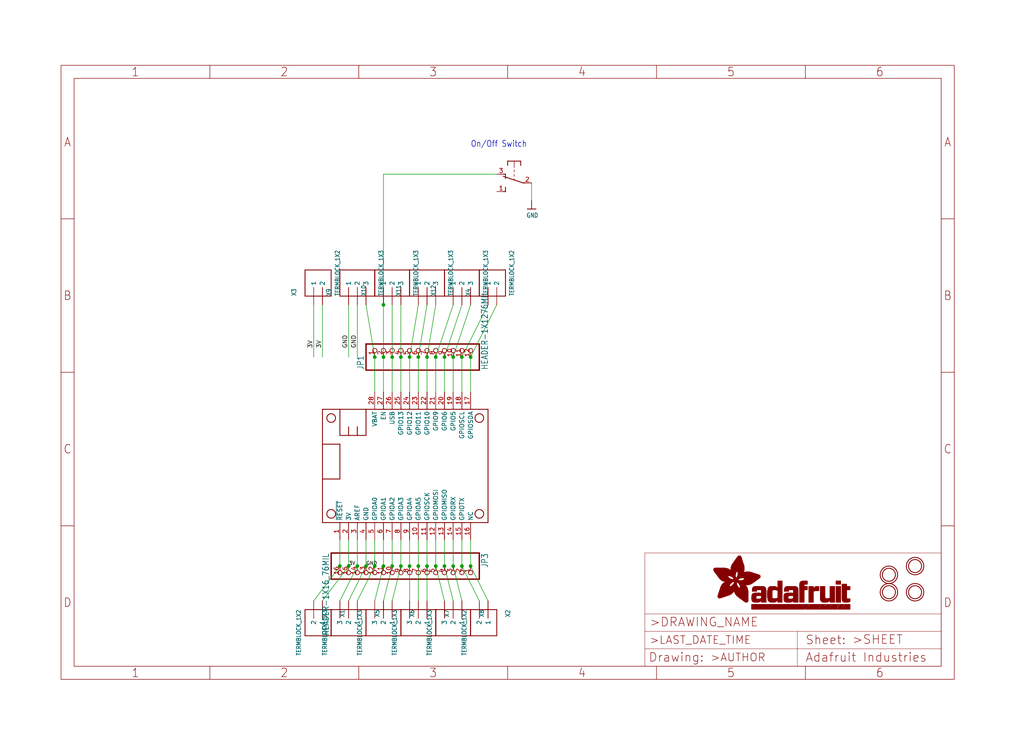
<source format=kicad_sch>
(kicad_sch (version 20211123) (generator eeschema)
  (paper "User" 298.45 217.881)
  (lib_symbols
    (symbol "schematicEagle-eagle-import:FEATHERWING_NODIM"
      (symbol "FEATHERWING_NODIM_1_0"
        (pin input line (at 5.08 -5.08 90) (length 5.08) (name "~{RESET}") (number "1"))
        (pin bidirectional line (at 27.94 -5.08 90) (length 5.08) (name "GPIOA5") (number "10"))
        (pin bidirectional line (at 30.48 -5.08 90) (length 5.08) (name "GPIOSCK") (number "11"))
        (pin bidirectional line (at 33.02 -5.08 90) (length 5.08) (name "GPIOMOSI") (number "12"))
        (pin bidirectional line (at 35.56 -5.08 90) (length 5.08) (name "GPIOMISO") (number "13"))
        (pin bidirectional line (at 38.1 -5.08 90) (length 5.08) (name "GPIORX") (number "14"))
        (pin bidirectional line (at 40.64 -5.08 90) (length 5.08) (name "GPIOTX") (number "15"))
        (pin passive line (at 43.18 -5.08 90) (length 5.08) (name "NC") (number "16"))
        (pin bidirectional line (at 43.18 38.1 270) (length 5.08) (name "GPIOSDA") (number "17"))
        (pin bidirectional line (at 40.64 38.1 270) (length 5.08) (name "GPIOSCL") (number "18"))
        (pin bidirectional line (at 38.1 38.1 270) (length 5.08) (name "GPIO5") (number "19"))
        (pin power_in line (at 7.62 -5.08 90) (length 5.08) (name "3V") (number "2"))
        (pin bidirectional line (at 35.56 38.1 270) (length 5.08) (name "GPIO6") (number "20"))
        (pin bidirectional line (at 33.02 38.1 270) (length 5.08) (name "GPIO9") (number "21"))
        (pin bidirectional line (at 30.48 38.1 270) (length 5.08) (name "GPIO10") (number "22"))
        (pin bidirectional line (at 27.94 38.1 270) (length 5.08) (name "GPIO11") (number "23"))
        (pin bidirectional line (at 25.4 38.1 270) (length 5.08) (name "GPIO12") (number "24"))
        (pin bidirectional line (at 22.86 38.1 270) (length 5.08) (name "GPIO13") (number "25"))
        (pin power_in line (at 20.32 38.1 270) (length 5.08) (name "USB") (number "26"))
        (pin passive line (at 17.78 38.1 270) (length 5.08) (name "EN") (number "27"))
        (pin power_in line (at 15.24 38.1 270) (length 5.08) (name "VBAT") (number "28"))
        (pin passive line (at 10.16 -5.08 90) (length 5.08) (name "AREF") (number "3"))
        (pin power_in line (at 12.7 -5.08 90) (length 5.08) (name "GND") (number "4"))
        (pin bidirectional line (at 15.24 -5.08 90) (length 5.08) (name "GPIOA0") (number "5"))
        (pin bidirectional line (at 17.78 -5.08 90) (length 5.08) (name "GPIOA1") (number "6"))
        (pin bidirectional line (at 20.32 -5.08 90) (length 5.08) (name "GPIOA2") (number "7"))
        (pin bidirectional line (at 22.86 -5.08 90) (length 5.08) (name "GPIOA3") (number "8"))
        (pin bidirectional line (at 25.4 -5.08 90) (length 5.08) (name "GPIOA4") (number "9"))
      )
    )
    (symbol "schematicEagle-eagle-import:FRAME_A4_ADAFRUIT"
      (symbol "FRAME_A4_ADAFRUIT_0_0"
        (text "1" (at 21.6958 1.905 0) (effects (font (size 2.54 2.286))))
        (text "1" (at 21.6958 177.165 0) (effects (font (size 2.54 2.286))))
        (text "2" (at 65.0875 1.905 0) (effects (font (size 2.54 2.286))))
        (text "2" (at 65.0875 177.165 0) (effects (font (size 2.54 2.286))))
        (text "3" (at 108.4792 1.905 0) (effects (font (size 2.54 2.286))))
        (text "3" (at 108.4792 177.165 0) (effects (font (size 2.54 2.286))))
        (text "4" (at 151.8708 1.905 0) (effects (font (size 2.54 2.286))))
        (text "4" (at 151.8708 177.165 0) (effects (font (size 2.54 2.286))))
        (text "5" (at 195.2625 1.905 0) (effects (font (size 2.54 2.286))))
        (text "5" (at 195.2625 177.165 0) (effects (font (size 2.54 2.286))))
        (text "6" (at 238.6542 1.905 0) (effects (font (size 2.54 2.286))))
        (text "6" (at 238.6542 177.165 0) (effects (font (size 2.54 2.286))))
        (text "A" (at 1.905 156.6863 0) (effects (font (size 2.54 2.286))))
        (text "A" (at 258.445 156.6863 0) (effects (font (size 2.54 2.286))))
        (text "B" (at 1.905 111.9188 0) (effects (font (size 2.54 2.286))))
        (text "B" (at 258.445 111.9188 0) (effects (font (size 2.54 2.286))))
        (text "C" (at 1.905 67.1513 0) (effects (font (size 2.54 2.286))))
        (text "C" (at 258.445 67.1513 0) (effects (font (size 2.54 2.286))))
        (text "D" (at 1.905 22.3838 0) (effects (font (size 2.54 2.286))))
        (text "D" (at 258.445 22.3838 0) (effects (font (size 2.54 2.286))))
      )
      (symbol "FRAME_A4_ADAFRUIT_1_0"
        (text ">AUTHOR" (at 189.23 5.08 0) (effects (font (size 2.286 2.286)) (justify left bottom)))
        (text ">DRAWING_NAME" (at 171.45 15.24 0) (effects (font (size 2.54 2.54)) (justify left bottom)))
        (text ">LAST_DATE_TIME" (at 171.45 10.16 0) (effects (font (size 2.286 2.286)) (justify left bottom)))
        (text ">SHEET" (at 230.505 10.16 0) (effects (font (size 2.54 2.54)) (justify left bottom)))
        (text "Adafruit Industries" (at 216.916 4.953 0) (effects (font (size 2.54 2.54)) (justify left bottom)))
        (text "Drawing:" (at 171.196 4.953 0) (effects (font (size 2.54 2.54)) (justify left bottom)))
        (text "Sheet:" (at 216.916 10.033 0) (effects (font (size 2.54 2.54)) (justify left bottom)))
      )
    )
    (symbol "schematicEagle-eagle-import:GND" (power)
      (property "Value" "GND" (at -1.524 -2.54 0))
      (symbol "GND_1_0"
        (pin power_in line (at 0 2.54 270) (length 2.54) (name "GND") (number "1"))
      )
    )
    (symbol "schematicEagle-eagle-import:HEADER-1X1276MIL"
      (property "Reference" "JP" (at -6.35 18.415 0))
      (property "Value" "HEADER-1X1276MIL" (at -6.35 -17.78 0))
      (symbol "HEADER-1X1276MIL_1_0"
        (pin passive inverted (at -2.54 15.24 0) (length 2.54) (name "1") (number "1"))
        (pin passive inverted (at -2.54 -7.62 0) (length 2.54) (name "10") (number "10"))
        (pin passive inverted (at -2.54 -10.16 0) (length 2.54) (name "11") (number "11"))
        (pin passive inverted (at -2.54 -12.7 0) (length 2.54) (name "12") (number "12"))
        (pin passive inverted (at -2.54 12.7 0) (length 2.54) (name "2") (number "2"))
        (pin passive inverted (at -2.54 10.16 0) (length 2.54) (name "3") (number "3"))
        (pin passive inverted (at -2.54 7.62 0) (length 2.54) (name "4") (number "4"))
        (pin passive inverted (at -2.54 5.08 0) (length 2.54) (name "5") (number "5"))
        (pin passive inverted (at -2.54 2.54 0) (length 2.54) (name "6") (number "6"))
        (pin passive inverted (at -2.54 0 0) (length 2.54) (name "7") (number "7"))
        (pin passive inverted (at -2.54 -2.54 0) (length 2.54) (name "8") (number "8"))
        (pin passive inverted (at -2.54 -5.08 0) (length 2.54) (name "9") (number "9"))
      )
    )
    (symbol "schematicEagle-eagle-import:HEADER-1X16_76MIL"
      (property "Reference" "JP" (at -6.35 20.955 0))
      (property "Value" "HEADER-1X16_76MIL" (at -6.35 -25.4 0))
      (symbol "HEADER-1X16_76MIL_1_0"
        (pin passive inverted (at -2.54 17.78 0) (length 2.54) (name "1") (number "1"))
        (pin passive inverted (at -2.54 -5.08 0) (length 2.54) (name "10") (number "10"))
        (pin passive inverted (at -2.54 -7.62 0) (length 2.54) (name "11") (number "11"))
        (pin passive inverted (at -2.54 -10.16 0) (length 2.54) (name "12") (number "12"))
        (pin passive inverted (at -2.54 -12.7 0) (length 2.54) (name "13") (number "13"))
        (pin passive inverted (at -2.54 -15.24 0) (length 2.54) (name "14") (number "14"))
        (pin passive inverted (at -2.54 -17.78 0) (length 2.54) (name "15") (number "15"))
        (pin passive inverted (at -2.54 -20.32 0) (length 2.54) (name "16") (number "16"))
        (pin passive inverted (at -2.54 15.24 0) (length 2.54) (name "2") (number "2"))
        (pin passive inverted (at -2.54 12.7 0) (length 2.54) (name "3") (number "3"))
        (pin passive inverted (at -2.54 10.16 0) (length 2.54) (name "4") (number "4"))
        (pin passive inverted (at -2.54 7.62 0) (length 2.54) (name "5") (number "5"))
        (pin passive inverted (at -2.54 5.08 0) (length 2.54) (name "6") (number "6"))
        (pin passive inverted (at -2.54 2.54 0) (length 2.54) (name "7") (number "7"))
        (pin passive inverted (at -2.54 0 0) (length 2.54) (name "8") (number "8"))
        (pin passive inverted (at -2.54 -2.54 0) (length 2.54) (name "9") (number "9"))
      )
    )
    (symbol "schematicEagle-eagle-import:MOUNTINGHOLE3.0THIN")
    (symbol "schematicEagle-eagle-import:OS102011MA1Q"
      (symbol "OS102011MA1Q_1_0"
        (pin passive line (at 2.54 5.08 270) (length 2.54) (name "S") (number "1"))
        (pin passive line (at 0 -5.08 90) (length 2.54) (name "P") (number "2"))
        (pin passive line (at -2.54 5.08 270) (length 2.54) (name "O") (number "3"))
      )
      (symbol "OS102011MA1Q_2_0"
        (pin passive line (at 0 0 0) (length 5.08) (name "MT") (number "MT1"))
      )
      (symbol "OS102011MA1Q_3_0"
        (pin passive line (at 0 0 0) (length 5.08) (name "MT") (number "MT2"))
      )
    )
    (symbol "schematicEagle-eagle-import:TERMBLOCK_1X2"
      (property "Reference" "X" (at -2.54 7.62 0))
      (property "Value" "TERMBLOCK_1X2" (at -2.54 -5.08 0))
      (symbol "TERMBLOCK_1X2_1_0"
        (pin passive line (at -5.08 2.54 0) (length 5.08) (name "1") (number "1"))
        (pin passive line (at -5.08 0 0) (length 5.08) (name "2") (number "2"))
      )
    )
    (symbol "schematicEagle-eagle-import:TERMBLOCK_1X3"
      (property "Reference" "X" (at -2.54 7.62 0))
      (property "Value" "TERMBLOCK_1X3" (at -2.54 -7.62 0))
      (symbol "TERMBLOCK_1X3_1_0"
        (pin passive line (at -5.08 2.54 0) (length 5.08) (name "1") (number "1"))
        (pin passive line (at -5.08 0 0) (length 5.08) (name "2") (number "2"))
        (pin passive line (at -5.08 -2.54 0) (length 5.08) (name "3") (number "3"))
      )
    )
  )
  (junction (at 114.3 165.1))
  (junction (at 127 165.1))
  (junction (at 119.38 165.1))
  (junction (at 134.62 104.14))
  (junction (at 129.54 104.14))
  (junction (at 124.46 104.14))
  (junction (at 132.08 165.1))
  (junction (at 124.46 165.1))
  (junction (at 111.76 165.1))
  (junction (at 111.76 88.9))
  (junction (at 106.68 165.1))
  (junction (at 121.92 165.1))
  (junction (at 104.14 165.1))
  (junction (at 109.22 104.14))
  (junction (at 127 104.14))
  (junction (at 114.3 104.14))
  (junction (at 132.08 104.14))
  (junction (at 129.54 165.1))
  (junction (at 109.22 165.1))
  (junction (at 116.84 104.14))
  (junction (at 121.92 104.14))
  (junction (at 99.06 165.1))
  (junction (at 119.38 104.14))
  (junction (at 101.6 165.1))
  (junction (at 137.16 165.1))
  (junction (at 137.16 104.14))
  (junction (at 134.62 165.1))
  (junction (at 116.84 165.1))
  (junction (at 111.76 104.14))
  (wire (pts (xy 124.46 175.26) (xy 124.46 165.1)))
  (wire (pts (xy 119.38 104.14) (xy 119.38 114.3)))
  (wire (pts (xy 132.08 104.14) (xy 137.16 88.9)))
  (wire (pts (xy 121.92 104.14) (xy 121.92 114.3)))
  (wire (pts (xy 101.6 88.9) (xy 101.6 104.14)))
  (wire (pts (xy 124.46 88.9) (xy 121.92 104.14)))
  (wire (pts (xy 124.46 165.1) (xy 124.46 157.48)))
  (wire (pts (xy 104.14 165.1) (xy 104.14 157.48)))
  (wire (pts (xy 101.6 165.1) (xy 101.6 157.48)))
  (wire (pts (xy 106.68 165.1) (xy 106.68 157.48)))
  (wire (pts (xy 114.3 175.26) (xy 116.84 165.1)))
  (wire (pts (xy 111.76 175.26) (xy 114.3 165.1)))
  (wire (pts (xy 99.06 175.26) (xy 104.14 165.1)))
  (wire (pts (xy 119.38 175.26) (xy 119.38 165.1)))
  (wire (pts (xy 121.92 165.1) (xy 121.92 157.48)))
  (wire (pts (xy 111.76 104.14) (xy 111.76 114.3)))
  (wire (pts (xy 129.54 104.14) (xy 129.54 114.3)))
  (wire (pts (xy 124.46 104.14) (xy 127 88.9)))
  (wire (pts (xy 132.08 165.1) (xy 132.08 157.48)))
  (wire (pts (xy 137.16 165.1) (xy 142.24 175.26)))
  (wire (pts (xy 129.54 165.1) (xy 129.54 157.48)))
  (wire (pts (xy 129.54 104.14) (xy 134.62 88.9)))
  (wire (pts (xy 154.94 53.34) (xy 154.94 58.42)))
  (wire (pts (xy 114.3 104.14) (xy 114.3 88.9)))
  (wire (pts (xy 132.08 88.9) (xy 127 104.14)))
  (wire (pts (xy 109.22 165.1) (xy 109.22 157.48)))
  (wire (pts (xy 109.22 104.14) (xy 109.22 114.3)))
  (wire (pts (xy 116.84 104.14) (xy 116.84 114.3)))
  (wire (pts (xy 91.44 175.26) (xy 99.06 165.1)))
  (wire (pts (xy 137.16 104.14) (xy 137.16 114.3)))
  (wire (pts (xy 99.06 165.1) (xy 99.06 157.48)))
  (wire (pts (xy 119.38 165.1) (xy 119.38 157.48)))
  (wire (pts (xy 93.98 88.9) (xy 93.98 104.14)))
  (wire (pts (xy 109.22 175.26) (xy 111.76 165.1)))
  (wire (pts (xy 124.46 104.14) (xy 124.46 114.3)))
  (wire (pts (xy 114.3 104.14) (xy 114.3 114.3)))
  (wire (pts (xy 93.98 175.26) (xy 101.6 165.1)))
  (wire (pts (xy 134.62 104.14) (xy 134.62 114.3)))
  (wire (pts (xy 134.62 175.26) (xy 132.08 165.1)))
  (wire (pts (xy 144.78 50.8) (xy 111.76 50.8)))
  (wire (pts (xy 119.38 104.14) (xy 121.92 88.9)))
  (wire (pts (xy 114.3 165.1) (xy 114.3 157.48)))
  (wire (pts (xy 116.84 165.1) (xy 116.84 157.48)))
  (wire (pts (xy 104.14 175.26) (xy 109.22 165.1)))
  (wire (pts (xy 111.76 165.1) (xy 111.76 157.48)))
  (wire (pts (xy 132.08 175.26) (xy 129.54 165.1)))
  (wire (pts (xy 134.62 104.14) (xy 142.24 88.9)))
  (wire (pts (xy 132.08 104.14) (xy 132.08 114.3)))
  (wire (pts (xy 134.62 165.1) (xy 139.7 175.26)))
  (wire (pts (xy 127 165.1) (xy 127 157.48)))
  (wire (pts (xy 111.76 88.9) (xy 111.76 50.8)))
  (wire (pts (xy 109.22 104.14) (xy 106.68 88.9)))
  (wire (pts (xy 91.44 88.9) (xy 91.44 104.14)))
  (wire (pts (xy 101.6 175.26) (xy 106.68 165.1)))
  (wire (pts (xy 104.14 88.9) (xy 104.14 104.14)))
  (wire (pts (xy 137.16 104.14) (xy 144.78 88.9)))
  (wire (pts (xy 127 104.14) (xy 127 114.3)))
  (wire (pts (xy 129.54 175.26) (xy 127 165.1)))
  (wire (pts (xy 134.62 165.1) (xy 134.62 157.48)))
  (wire (pts (xy 116.84 104.14) (xy 116.84 88.9)))
  (wire (pts (xy 137.16 165.1) (xy 137.16 157.48)))
  (wire (pts (xy 121.92 175.26) (xy 121.92 165.1)))
  (wire (pts (xy 111.76 104.14) (xy 111.76 88.9)))
  (text "On/Off Switch" (at 137.16 43.18 180) (effects (font (size 1.778 1.5113)) (justify left bottom)))
  (label "GND" (at 106.68 165.1 0) (effects (font (size 1.016 1.016))))
  (label "3V" (at 93.98 101.6 90) (effects (font (size 1.2446 1.2446))))
  (label "3V" (at 91.44 101.6 90) (effects (font (size 1.2446 1.2446))))
  (label "GND" (at 101.6 101.6 90) (effects (font (size 1.2446 1.2446))))
  (label "GND" (at 104.14 101.6 90) (effects (font (size 1.2446 1.2446))))
  (label "3V" (at 101.6 165.1 0) (effects (font (size 1.016 1.016))))
  (symbol (lib_id "schematicEagle-eagle-import:MOUNTINGHOLE3.0THIN") (at 266.7 172.72 0) (unit 1)
    (property "Reference" "U$5" (effects hide))
    (property "Value" "MOUNTINGHOLE3.0THIN" (effects hide))
    (property "Footprint" "schematicEagle:MOUNTINGHOLE_3.0_PLATEDTHIN" (effects hide))
  )
  (symbol (lib_id "schematicEagle-eagle-import:MOUNTINGHOLE3.0THIN") (at 259.08 167.64 0) (unit 1)
    (property "Reference" "U$3" (effects hide))
    (property "Value" "MOUNTINGHOLE3.0THIN" (effects hide))
    (property "Footprint" "schematicEagle:MOUNTINGHOLE_3.0_PLATEDTHIN" (effects hide))
  )
  (symbol (lib_id "schematicEagle-eagle-import:TERMBLOCK_1X3") (at 104.14 83.82 90) (unit 1)
    (property "Reference" "X9" (at 96.52 86.36 0) (effects (font (size 1.27 1.0795)) (justify left bottom)))
    (property "Value" "TERMBLOCK_1X3" (at 111.76 86.36 0) (effects (font (size 1.27 1.0795)) (justify left bottom)))
    (property "Footprint" "schematicEagle:TERMBLOCK_1X3-3.5MM" (effects hide))
  )
  (symbol (lib_id "schematicEagle-eagle-import:FEATHERWING_NODIM") (at 93.98 152.4 0) (unit 1)
    (property "Reference" "MS1" (effects hide))
    (property "Value" "FEATHERWING_NODIM" (effects hide))
    (property "Footprint" "schematicEagle:FEATHERWING_DIM" (effects hide))
  )
  (symbol (lib_id "schematicEagle-eagle-import:TERMBLOCK_1X3") (at 111.76 180.34 270) (unit 1)
    (property "Reference" "X6" (at 119.38 177.8 0) (effects (font (size 1.27 1.0795)) (justify left bottom)))
    (property "Value" "TERMBLOCK_1X3" (at 104.14 177.8 0) (effects (font (size 1.27 1.0795)) (justify left bottom)))
    (property "Footprint" "schematicEagle:TERMBLOCK_1X3-3.5MM" (effects hide))
  )
  (symbol (lib_id "schematicEagle-eagle-import:GND") (at 154.94 60.96 0) (unit 1)
    (property "Reference" "#U$14" (effects hide))
    (property "Value" "GND" (at 153.416 63.5 0) (effects (font (size 1.27 1.0795)) (justify left bottom)))
    (property "Footprint" "schematicEagle:" (effects hide))
  )
  (symbol (lib_id "schematicEagle-eagle-import:TERMBLOCK_1X3") (at 124.46 83.82 90) (unit 1)
    (property "Reference" "X11" (at 116.84 86.36 0) (effects (font (size 1.27 1.0795)) (justify left bottom)))
    (property "Value" "TERMBLOCK_1X3" (at 132.08 86.36 0) (effects (font (size 1.27 1.0795)) (justify left bottom)))
    (property "Footprint" "schematicEagle:TERMBLOCK_1X3-3.5MM" (effects hide))
  )
  (symbol (lib_id "schematicEagle-eagle-import:TERMBLOCK_1X3") (at 101.6 180.34 270) (unit 1)
    (property "Reference" "X5" (at 109.22 177.8 0) (effects (font (size 1.27 1.0795)) (justify left bottom)))
    (property "Value" "TERMBLOCK_1X3" (at 93.98 177.8 0) (effects (font (size 1.27 1.0795)) (justify left bottom)))
    (property "Footprint" "schematicEagle:TERMBLOCK_1X3-3.5MM" (effects hide))
  )
  (symbol (lib_id "schematicEagle-eagle-import:HEADER-1X1276MIL") (at 124.46 101.6 90) (unit 1)
    (property "Reference" "JP1" (at 106.045 107.95 0) (effects (font (size 1.778 1.5113)) (justify left bottom)))
    (property "Value" "HEADER-1X1276MIL" (at 142.24 107.95 0) (effects (font (size 1.778 1.5113)) (justify left bottom)))
    (property "Footprint" "schematicEagle:1X12_ROUND_76MIL" (effects hide))
  )
  (symbol (lib_id "schematicEagle-eagle-import:TERMBLOCK_1X2") (at 139.7 180.34 270) (unit 1)
    (property "Reference" "X2" (at 147.32 177.8 0) (effects (font (size 1.27 1.0795)) (justify left bottom)))
    (property "Value" "TERMBLOCK_1X2" (at 134.62 177.8 0) (effects (font (size 1.27 1.0795)) (justify left bottom)))
    (property "Footprint" "schematicEagle:TERMBLOCK_1X2-3.5MM" (effects hide))
  )
  (symbol (lib_id "schematicEagle-eagle-import:OS102011MA1Q") (at 149.86 53.34 90) (mirror x) (unit 1)
    (property "Reference" "S2" (effects hide))
    (property "Value" "OS102011MA1Q" (effects hide))
    (property "Footprint" "schematicEagle:OS102011MA1Q" (effects hide))
  )
  (symbol (lib_id "schematicEagle-eagle-import:HEADER-1X16_76MIL") (at 119.38 167.64 270) (unit 1)
    (property "Reference" "JP3" (at 140.335 161.29 0) (effects (font (size 1.778 1.5113)) (justify left bottom)))
    (property "Value" "HEADER-1X16_76MIL" (at 93.98 161.29 0) (effects (font (size 1.778 1.5113)) (justify left bottom)))
    (property "Footprint" "schematicEagle:1X16_ROUND_76MIL" (effects hide))
  )
  (symbol (lib_id "schematicEagle-eagle-import:FRAME_A4_ADAFRUIT") (at 17.78 198.12 0) (unit 1)
    (property "Reference" "#U$1" (effects hide))
    (property "Value" "FRAME_A4_ADAFRUIT" (effects hide))
    (property "Footprint" "schematicEagle:" (effects hide))
  )
  (symbol (lib_id "schematicEagle-eagle-import:TERMBLOCK_1X3") (at 121.92 180.34 270) (unit 1)
    (property "Reference" "X7" (at 129.54 177.8 0) (effects (font (size 1.27 1.0795)) (justify left bottom)))
    (property "Value" "TERMBLOCK_1X3" (at 114.3 177.8 0) (effects (font (size 1.27 1.0795)) (justify left bottom)))
    (property "Footprint" "schematicEagle:TERMBLOCK_1X3-3.5MM" (effects hide))
  )
  (symbol (lib_id "schematicEagle-eagle-import:MOUNTINGHOLE3.0THIN") (at 259.08 172.72 0) (unit 1)
    (property "Reference" "U$2" (effects hide))
    (property "Value" "MOUNTINGHOLE3.0THIN" (effects hide))
    (property "Footprint" "schematicEagle:MOUNTINGHOLE_3.0_PLATEDTHIN" (effects hide))
  )
  (symbol (lib_id "schematicEagle-eagle-import:TERMBLOCK_1X2") (at 91.44 180.34 270) (unit 1)
    (property "Reference" "X1" (at 99.06 177.8 0) (effects (font (size 1.27 1.0795)) (justify left bottom)))
    (property "Value" "TERMBLOCK_1X2" (at 86.36 177.8 0) (effects (font (size 1.27 1.0795)) (justify left bottom)))
    (property "Footprint" "schematicEagle:TERMBLOCK_1X2-3.5MM" (effects hide))
  )
  (symbol (lib_id "schematicEagle-eagle-import:TERMBLOCK_1X3") (at 114.3 83.82 90) (unit 1)
    (property "Reference" "X10" (at 106.68 86.36 0) (effects (font (size 1.27 1.0795)) (justify left bottom)))
    (property "Value" "TERMBLOCK_1X3" (at 121.92 86.36 0) (effects (font (size 1.27 1.0795)) (justify left bottom)))
    (property "Footprint" "schematicEagle:TERMBLOCK_1X3-3.5MM" (effects hide))
  )
  (symbol (lib_id "schematicEagle-eagle-import:TERMBLOCK_1X2") (at 144.78 83.82 90) (unit 1)
    (property "Reference" "X4" (at 137.16 86.36 0) (effects (font (size 1.27 1.0795)) (justify left bottom)))
    (property "Value" "TERMBLOCK_1X2" (at 149.86 86.36 0) (effects (font (size 1.27 1.0795)) (justify left bottom)))
    (property "Footprint" "schematicEagle:TERMBLOCK_1X2-3.5MM" (effects hide))
  )
  (symbol (lib_id "schematicEagle-eagle-import:MOUNTINGHOLE3.0THIN") (at 266.7 165.1 0) (unit 1)
    (property "Reference" "U$4" (effects hide))
    (property "Value" "MOUNTINGHOLE3.0THIN" (effects hide))
    (property "Footprint" "schematicEagle:MOUNTINGHOLE_3.0_PLATEDTHIN" (effects hide))
  )
  (symbol (lib_id "schematicEagle-eagle-import:TERMBLOCK_1X3") (at 134.62 83.82 90) (unit 1)
    (property "Reference" "X12" (at 127 86.36 0) (effects (font (size 1.27 1.0795)) (justify left bottom)))
    (property "Value" "TERMBLOCK_1X3" (at 142.24 86.36 0) (effects (font (size 1.27 1.0795)) (justify left bottom)))
    (property "Footprint" "schematicEagle:TERMBLOCK_1X3-3.5MM" (effects hide))
  )
  (symbol (lib_id "schematicEagle-eagle-import:TERMBLOCK_1X2") (at 93.98 83.82 90) (unit 1)
    (property "Reference" "X3" (at 86.36 86.36 0) (effects (font (size 1.27 1.0795)) (justify left bottom)))
    (property "Value" "TERMBLOCK_1X2" (at 99.06 86.36 0) (effects (font (size 1.27 1.0795)) (justify left bottom)))
    (property "Footprint" "schematicEagle:TERMBLOCK_1X2-3.5MM" (effects hide))
  )
  (symbol (lib_id "schematicEagle-eagle-import:TERMBLOCK_1X3") (at 132.08 180.34 270) (unit 1)
    (property "Reference" "X8" (at 139.7 177.8 0) (effects (font (size 1.27 1.0795)) (justify left bottom)))
    (property "Value" "TERMBLOCK_1X3" (at 124.46 177.8 0) (effects (font (size 1.27 1.0795)) (justify left bottom)))
    (property "Footprint" "schematicEagle:TERMBLOCK_1X3-3.5MM" (effects hide))
  )
)
</source>
